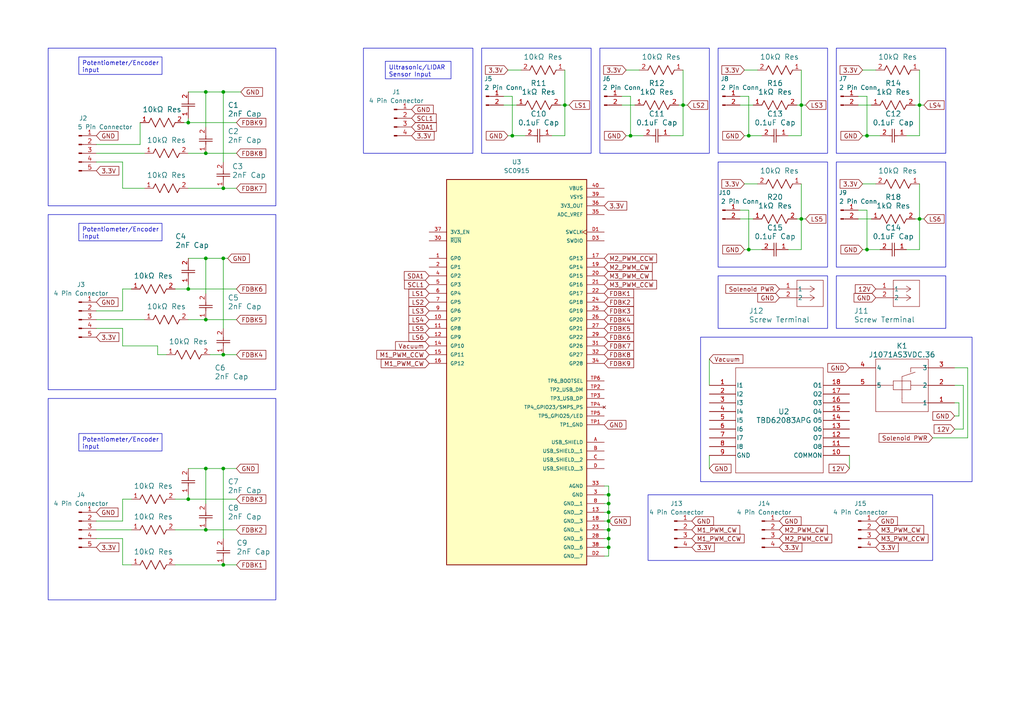
<source format=kicad_sch>
(kicad_sch (version 20230121) (generator eeschema)
  (paper "A4")
  (lib_symbols
    (symbol "CL10B104KB8NNWC:CL10B104KB8NNWC" (pin_names (offset 0.254))
      (property "Reference" "C" (at 3.81 3.81 0))
      (property "Value" "CL10B104KB8NNWC" (at 3.81 -3.81 0))
      (symbol "CL10B104KB8NNWC_1_1"
        (pin unspecified line (at 0 0 0) (length 2.54) (name "") (number "1"))
        (pin unspecified line (at 7.62 0 180) (length 2.54) (name "") (number "2"))
      )
      (symbol "CL10B104KB8NNWC_1_2"
        (pin unspecified line (at 0 0 270) (length 2.54) (name "") (number "1"))
        (pin unspecified line (at 0 -7.62 90) (length 2.54) (name "") (number "2"))
      )
    )
    (symbol "CL21B202KBANNNC:CL21B202KBANNNC" (pin_names (offset 0.254))
      (property "Reference" "C" (at 3.81 3.81 0))
      (property "Value" "CL21B202KBANNNC" (at 3.81 -3.81 0))
      (symbol "CL21B202KBANNNC_1_1"
        (pin unspecified line (at 0 0 0) (length 2.54) (name "") (number "1"))
        (pin unspecified line (at 7.62 0 180) (length 2.54) (name "") (number "2"))
      )
      (symbol "CL21B202KBANNNC_1_2"
        (pin unspecified line (at 0 0 270) (length 2.54) (name "") (number "1"))
        (pin unspecified line (at 0 -7.62 90) (length 2.54) (name "") (number "2"))
      )
    )
    (symbol "Connector:Conn_01x02_Pin" (pin_names (offset 1.016) hide)
      (property "Reference" "J" (at 0 2.54 0))
      (property "Value" "Conn_01x02_Pin" (at 0 -5.08 0))
      (symbol "Conn_01x02_Pin_1_1"
        (pin passive line (at 5.08 0 180) (length 3.81) (name "Pin_1") (number "1"))
        (pin passive line (at 5.08 -2.54 180) (length 3.81) (name "Pin_2") (number "2"))
      )
    )
    (symbol "Connector:Conn_01x04_Pin" (pin_names (offset 1.016) hide)
      (property "Reference" "J" (at 0 5.08 0))
      (property "Value" "Conn_01x04_Pin" (at 0 -7.62 0))
      (symbol "Conn_01x04_Pin_1_1"
        (pin passive line (at 5.08 2.54 180) (length 3.81) (name "Pin_1") (number "1"))
        (pin passive line (at 5.08 0 180) (length 3.81) (name "Pin_2") (number "2"))
        (pin passive line (at 5.08 -2.54 180) (length 3.81) (name "Pin_3") (number "3"))
        (pin passive line (at 5.08 -5.08 180) (length 3.81) (name "Pin_4") (number "4"))
      )
    )
    (symbol "Connector:Conn_01x05_Pin" (pin_names (offset 1.016) hide)
      (property "Reference" "J" (at 0 7.62 0))
      (property "Value" "Conn_01x05_Pin" (at 0 -7.62 0))
      (symbol "Conn_01x05_Pin_1_1"
        (pin passive line (at 5.08 5.08 180) (length 3.81) (name "Pin_1") (number "1"))
        (pin passive line (at 5.08 2.54 180) (length 3.81) (name "Pin_2") (number "2"))
        (pin passive line (at 5.08 0 180) (length 3.81) (name "Pin_3") (number "3"))
        (pin passive line (at 5.08 -2.54 180) (length 3.81) (name "Pin_4") (number "4"))
        (pin passive line (at 5.08 -5.08 180) (length 3.81) (name "Pin_5") (number "5"))
      )
    )
    (symbol "EBBA_02_C_SS_BU:EBBA-02-C-SS-BU" (pin_names (offset 0.254))
      (property "Reference" "J" (at 8.89 6.35 0))
      (property "Value" "EBBA-02-C-SS-BU" (at 0 0 0))
      (symbol "EBBA-02-C-SS-BU_1_1"
        (pin unspecified line (at 0 0 0) (length 5.08) (name "1") (number "1"))
        (pin unspecified line (at 0 -2.54 0) (length 5.08) (name "2") (number "2"))
      )
      (symbol "EBBA-02-C-SS-BU_1_2"
        (pin unspecified line (at 0 0 0) (length 5.08) (name "1") (number "1"))
        (pin unspecified line (at 0 -2.54 0) (length 5.08) (name "2") (number "2"))
      )
    )
    (symbol "J1071AS3VDC_36:J1071AS3VDC.36" (pin_names (offset 0.254))
      (property "Reference" "K" (at 15.24 7.62 0))
      (property "Value" "J1071AS3VDC.36" (at 20.32 5.08 0))
      (symbol "J1071AS3VDC.36_1_1"
        (pin unspecified line (at 0 0 0) (length 7.62) (name "1") (number "1"))
        (pin unspecified line (at 0 -5.08 0) (length 7.62) (name "2") (number "2"))
        (pin unspecified line (at 0 -10.16 0) (length 7.62) (name "3") (number "3"))
        (pin unspecified line (at 30.48 -10.16 180) (length 7.62) (name "4") (number "4"))
        (pin unspecified line (at 30.48 -5.08 180) (length 7.62) (name "5") (number "5"))
      )
    )
    (symbol "SC0915:SC0915" (pin_names (offset 1.016))
      (property "Reference" "U" (at -20.32 44.069 0))
      (property "Value" "SC0915" (at -20.32 -71.12 0))
      (symbol "SC0915_0_0"
        (pin bidirectional line (at -25.4 20.32 0) (length 5.08) (name "GP0") (number "1"))
        (pin bidirectional line (at -25.4 2.54 0) (length 5.08) (name "GP7") (number "10"))
        (pin bidirectional line (at -25.4 0 0) (length 5.08) (name "GP8") (number "11"))
        (pin bidirectional line (at -25.4 -2.54 0) (length 5.08) (name "GP9") (number "12"))
        (pin power_in line (at 25.4 -53.34 180) (length 5.08) (name "GND__2") (number "13"))
        (pin bidirectional line (at -25.4 -5.08 0) (length 5.08) (name "GP10") (number "14"))
        (pin bidirectional line (at -25.4 -7.62 0) (length 5.08) (name "GP11") (number "15"))
        (pin bidirectional line (at -25.4 -10.16 0) (length 5.08) (name "GP12") (number "16"))
        (pin bidirectional line (at 25.4 20.32 180) (length 5.08) (name "GP13") (number "17"))
        (pin power_in line (at 25.4 -55.88 180) (length 5.08) (name "GND__3") (number "18"))
        (pin bidirectional line (at 25.4 17.78 180) (length 5.08) (name "GP14") (number "19"))
        (pin bidirectional line (at -25.4 17.78 0) (length 5.08) (name "GP1") (number "2"))
        (pin bidirectional line (at 25.4 15.24 180) (length 5.08) (name "GP15") (number "20"))
        (pin bidirectional line (at 25.4 12.7 180) (length 5.08) (name "GP16") (number "21"))
        (pin bidirectional line (at 25.4 10.16 180) (length 5.08) (name "GP17") (number "22"))
        (pin power_in line (at 25.4 -58.42 180) (length 5.08) (name "GND__4") (number "23"))
        (pin bidirectional line (at 25.4 7.62 180) (length 5.08) (name "GP18") (number "24"))
        (pin bidirectional line (at 25.4 5.08 180) (length 5.08) (name "GP19") (number "25"))
        (pin bidirectional line (at 25.4 2.54 180) (length 5.08) (name "GP20") (number "26"))
        (pin bidirectional line (at 25.4 0 180) (length 5.08) (name "GP21") (number "27"))
        (pin power_in line (at 25.4 -60.96 180) (length 5.08) (name "GND__5") (number "28"))
        (pin bidirectional line (at 25.4 -2.54 180) (length 5.08) (name "GP22") (number "29"))
        (pin power_in line (at 25.4 -48.26 180) (length 5.08) (name "GND") (number "3"))
        (pin input line (at -25.4 25.4 0) (length 5.08) (name "~{RUN}") (number "30"))
        (pin bidirectional line (at 25.4 -5.08 180) (length 5.08) (name "GP26") (number "31"))
        (pin bidirectional line (at 25.4 -7.62 180) (length 5.08) (name "GP27") (number "32"))
        (pin power_in line (at 25.4 -45.72 180) (length 5.08) (name "AGND") (number "33"))
        (pin bidirectional line (at 25.4 -10.16 180) (length 5.08) (name "GP28") (number "34"))
        (pin power_in line (at 25.4 33.02 180) (length 5.08) (name "ADC_VREF") (number "35"))
        (pin power_in line (at 25.4 35.56 180) (length 5.08) (name "3V3_OUT") (number "36"))
        (pin input line (at -25.4 27.94 0) (length 5.08) (name "3V3_EN") (number "37"))
        (pin power_in line (at 25.4 -63.5 180) (length 5.08) (name "GND__6") (number "38"))
        (pin power_in line (at 25.4 38.1 180) (length 5.08) (name "VSYS") (number "39"))
        (pin bidirectional line (at -25.4 15.24 0) (length 5.08) (name "GP2") (number "4"))
        (pin power_in line (at 25.4 40.64 180) (length 5.08) (name "VBUS") (number "40"))
        (pin bidirectional line (at -25.4 12.7 0) (length 5.08) (name "GP3") (number "5"))
        (pin bidirectional line (at -25.4 10.16 0) (length 5.08) (name "GP4") (number "6"))
        (pin bidirectional line (at -25.4 7.62 0) (length 5.08) (name "GP5") (number "7"))
        (pin power_in line (at 25.4 -50.8 180) (length 5.08) (name "GND__1") (number "8"))
        (pin bidirectional line (at -25.4 5.08 0) (length 5.08) (name "GP6") (number "9"))
        (pin power_in line (at 25.4 -33.02 180) (length 5.08) (name "USB_SHIELD") (number "A"))
        (pin power_in line (at 25.4 -35.56 180) (length 5.08) (name "USB_SHIELD__1") (number "B"))
        (pin power_in line (at 25.4 -38.1 180) (length 5.08) (name "USB_SHIELD__2") (number "C"))
        (pin power_in line (at 25.4 -40.64 180) (length 5.08) (name "USB_SHIELD__3") (number "D"))
        (pin input clock (at 25.4 27.94 180) (length 5.08) (name "SWCLK") (number "D1"))
        (pin power_in line (at 25.4 -66.04 180) (length 5.08) (name "GND__7") (number "D2"))
        (pin bidirectional line (at 25.4 25.4 180) (length 5.08) (name "SWDIO") (number "D3"))
        (pin power_in line (at 25.4 -27.94 180) (length 5.08) (name "TP1_GND") (number "TP1"))
        (pin bidirectional line (at 25.4 -17.78 180) (length 5.08) (name "TP2_USB_DM") (number "TP2"))
        (pin bidirectional line (at 25.4 -20.32 180) (length 5.08) (name "TP3_USB_DP") (number "TP3"))
        (pin no_connect line (at 25.4 -22.86 180) (length 5.08) (name "TP4_GPIO23/SMPS_PS") (number "TP4"))
        (pin output line (at 25.4 -25.4 180) (length 5.08) (name "TP5_GPIO25/LED") (number "TP5"))
        (pin input line (at 25.4 -15.24 180) (length 5.08) (name "TP6_BOOTSEL") (number "TP6"))
      )
    )
    (symbol "TBD62083APG:TBD62083APG" (pin_names (offset 0.254))
      (property "Reference" "U" (at 20.32 10.16 0))
      (property "Value" "TBD62083APG" (at 20.32 7.62 0))
      (symbol "TBD62083APG_0_1"
        (pin input line (at 0 0 0) (length 7.62) (name "I1") (number "1"))
        (pin unspecified line (at 40.64 -20.32 180) (length 7.62) (name "COMMON") (number "10"))
        (pin output line (at 40.64 -17.78 180) (length 7.62) (name "O8") (number "11"))
        (pin output line (at 40.64 -15.24 180) (length 7.62) (name "O7") (number "12"))
        (pin output line (at 40.64 -12.7 180) (length 7.62) (name "O6") (number "13"))
        (pin output line (at 40.64 -10.16 180) (length 7.62) (name "O5") (number "14"))
        (pin output line (at 40.64 -7.62 180) (length 7.62) (name "O4") (number "15"))
        (pin output line (at 40.64 -5.08 180) (length 7.62) (name "O3") (number "16"))
        (pin output line (at 40.64 -2.54 180) (length 7.62) (name "O2") (number "17"))
        (pin output line (at 40.64 0 180) (length 7.62) (name "O1") (number "18"))
        (pin input line (at 0 -2.54 0) (length 7.62) (name "I2") (number "2"))
        (pin input line (at 0 -5.08 0) (length 7.62) (name "I3") (number "3"))
        (pin input line (at 0 -7.62 0) (length 7.62) (name "I4") (number "4"))
        (pin input line (at 0 -10.16 0) (length 7.62) (name "I5") (number "5"))
        (pin input line (at 0 -12.7 0) (length 7.62) (name "I6") (number "6"))
        (pin input line (at 0 -15.24 0) (length 7.62) (name "I7") (number "7"))
        (pin input line (at 0 -17.78 0) (length 7.62) (name "I8") (number "8"))
        (pin power_out line (at 0 -20.32 0) (length 7.62) (name "GND") (number "9"))
      )
    )
    (symbol "WR06X1002FTL:WR06X1002FTL" (pin_names (offset 0.254))
      (property "Reference" "R" (at 5.715 3.81 0))
      (property "Value" "WR06X1002FTL" (at 6.35 -3.81 0))
      (symbol "WR06X1002FTL_1_1"
        (pin unspecified line (at 0 0 0) (length 2.54) (name "") (number "1"))
        (pin unspecified line (at 12.7 0 180) (length 2.54) (name "") (number "2"))
      )
      (symbol "WR06X1002FTL_1_2"
        (pin unspecified line (at 0 12.7 270) (length 2.54) (name "") (number "1"))
        (pin unspecified line (at 0 0 90) (length 2.54) (name "") (number "2"))
      )
    )
    (symbol "WR08X102_JTL:WR08X102_JTL" (pin_names (offset 0.254))
      (property "Reference" "R" (at 5.715 3.81 0))
      (property "Value" "WR08X102 JTL" (at 6.35 -3.81 0))
      (symbol "WR08X102_JTL_1_1"
        (pin unspecified line (at 0 0 0) (length 2.54) (name "") (number "1"))
        (pin unspecified line (at 12.7 0 180) (length 2.54) (name "") (number "2"))
      )
      (symbol "WR08X102_JTL_1_2"
        (pin unspecified line (at 0 12.7 270) (length 2.54) (name "") (number "1"))
        (pin unspecified line (at 0 0 90) (length 2.54) (name "") (number "2"))
      )
    )
  )
  (junction (at 232.41 30.48))
  (junction (at 64.77 163.83))
  (junction (at 59.69 153.67))
  (junction (at 176.53 158.75))
  (junction (at 217.17 39.37))
  (junction (at 59.69 74.93))
  (junction (at 176.53 143.51))
  (junction (at 198.12 30.48))
  (junction (at 59.69 44.45))
  (junction (at 64.77 54.61))
  (junction (at 163.83 30.48))
  (junction (at 59.69 26.67))
  (junction (at 182.88 39.37))
  (junction (at 64.77 135.89))
  (junction (at 59.69 135.89))
  (junction (at 59.69 92.71))
  (junction (at 64.77 26.67))
  (junction (at 64.77 102.87))
  (junction (at 217.17 72.39))
  (junction (at 232.41 63.5))
  (junction (at 251.46 72.39))
  (junction (at 176.53 146.05))
  (junction (at 266.7 63.5))
  (junction (at 176.53 151.13))
  (junction (at 54.61 144.78))
  (junction (at 251.46 39.37))
  (junction (at 176.53 153.67))
  (junction (at 176.53 156.21))
  (junction (at 148.59 39.37))
  (junction (at 266.7 30.48))
  (junction (at 176.53 148.59))
  (junction (at 54.61 83.82))
  (junction (at 64.77 74.93))
  (junction (at 54.61 35.56))
  (wire (pts (xy 215.9 53.34) (xy 219.71 53.34)))
  (wire (pts (xy 147.32 20.32) (xy 151.13 20.32)))
  (wire (pts (xy 279.4 124.46) (xy 276.86 124.46)))
  (wire (pts (xy 175.26 158.75) (xy 176.53 158.75)))
  (wire (pts (xy 54.61 144.78) (xy 50.8 144.78)))
  (wire (pts (xy 181.61 39.37) (xy 182.88 39.37)))
  (wire (pts (xy 64.77 135.89) (xy 64.77 156.21)))
  (wire (pts (xy 152.4 39.37) (xy 148.59 39.37)))
  (wire (pts (xy 54.61 74.93) (xy 59.69 74.93)))
  (wire (pts (xy 180.34 30.48) (xy 184.15 30.48)))
  (wire (pts (xy 54.61 92.71) (xy 59.69 92.71)))
  (wire (pts (xy 232.41 72.39) (xy 228.6 72.39)))
  (wire (pts (xy 266.7 30.48) (xy 267.97 30.48)))
  (wire (pts (xy 182.88 27.94) (xy 180.34 27.94)))
  (wire (pts (xy 215.9 72.39) (xy 217.17 72.39)))
  (wire (pts (xy 59.69 74.93) (xy 64.77 74.93)))
  (wire (pts (xy 175.26 153.67) (xy 176.53 153.67)))
  (wire (pts (xy 246.38 135.89) (xy 246.38 132.08)))
  (wire (pts (xy 59.69 74.93) (xy 59.69 85.09)))
  (wire (pts (xy 59.69 26.67) (xy 64.77 26.67)))
  (wire (pts (xy 255.27 39.37) (xy 251.46 39.37)))
  (wire (pts (xy 220.98 39.37) (xy 217.17 39.37)))
  (wire (pts (xy 266.7 20.32) (xy 266.7 30.48)))
  (wire (pts (xy 231.14 63.5) (xy 232.41 63.5)))
  (wire (pts (xy 27.94 95.25) (xy 35.56 95.25)))
  (wire (pts (xy 198.12 20.32) (xy 198.12 30.48)))
  (wire (pts (xy 176.53 158.75) (xy 176.53 156.21)))
  (wire (pts (xy 175.26 161.29) (xy 176.53 161.29)))
  (wire (pts (xy 278.13 116.84) (xy 276.86 116.84)))
  (wire (pts (xy 266.7 39.37) (xy 262.89 39.37)))
  (wire (pts (xy 176.53 140.97) (xy 176.53 143.51)))
  (wire (pts (xy 176.53 161.29) (xy 176.53 158.75)))
  (wire (pts (xy 214.63 30.48) (xy 218.44 30.48)))
  (wire (pts (xy 54.61 144.78) (xy 68.58 144.78)))
  (wire (pts (xy 205.74 135.89) (xy 205.74 132.08)))
  (wire (pts (xy 27.94 151.13) (xy 35.56 151.13)))
  (wire (pts (xy 182.88 27.94) (xy 182.88 39.37)))
  (wire (pts (xy 265.43 30.48) (xy 266.7 30.48)))
  (wire (pts (xy 250.19 39.37) (xy 251.46 39.37)))
  (wire (pts (xy 266.7 53.34) (xy 266.7 63.5)))
  (wire (pts (xy 205.74 104.14) (xy 205.74 111.76)))
  (wire (pts (xy 251.46 27.94) (xy 248.92 27.94)))
  (wire (pts (xy 35.56 54.61) (xy 41.91 54.61)))
  (wire (pts (xy 250.19 20.32) (xy 254 20.32)))
  (wire (pts (xy 215.9 20.32) (xy 219.71 20.32)))
  (wire (pts (xy 181.61 20.32) (xy 185.42 20.32)))
  (wire (pts (xy 217.17 27.94) (xy 214.63 27.94)))
  (wire (pts (xy 64.77 74.93) (xy 66.04 74.93)))
  (wire (pts (xy 64.77 135.89) (xy 68.58 135.89)))
  (wire (pts (xy 59.69 135.89) (xy 64.77 135.89)))
  (wire (pts (xy 68.58 44.45) (xy 59.69 44.45)))
  (wire (pts (xy 176.53 151.13) (xy 176.53 148.59)))
  (wire (pts (xy 54.61 35.56) (xy 68.58 35.56)))
  (wire (pts (xy 68.58 153.67) (xy 59.69 153.67)))
  (wire (pts (xy 232.41 39.37) (xy 228.6 39.37)))
  (wire (pts (xy 196.85 30.48) (xy 198.12 30.48)))
  (wire (pts (xy 251.46 60.96) (xy 251.46 72.39)))
  (wire (pts (xy 232.41 20.32) (xy 232.41 30.48)))
  (wire (pts (xy 64.77 102.87) (xy 60.96 102.87)))
  (wire (pts (xy 186.69 39.37) (xy 182.88 39.37)))
  (wire (pts (xy 176.53 153.67) (xy 176.53 151.13)))
  (wire (pts (xy 64.77 26.67) (xy 69.85 26.67)))
  (wire (pts (xy 266.7 63.5) (xy 266.7 72.39)))
  (wire (pts (xy 54.61 82.55) (xy 54.61 83.82)))
  (wire (pts (xy 278.13 120.65) (xy 276.86 120.65)))
  (wire (pts (xy 54.61 135.89) (xy 59.69 135.89)))
  (wire (pts (xy 198.12 30.48) (xy 198.12 39.37)))
  (wire (pts (xy 162.56 30.48) (xy 163.83 30.48)))
  (wire (pts (xy 54.61 35.56) (xy 53.34 35.56)))
  (wire (pts (xy 198.12 30.48) (xy 199.39 30.48)))
  (wire (pts (xy 68.58 54.61) (xy 64.77 54.61)))
  (wire (pts (xy 146.05 30.48) (xy 149.86 30.48)))
  (wire (pts (xy 54.61 143.51) (xy 54.61 144.78)))
  (wire (pts (xy 35.56 95.25) (xy 35.56 100.33)))
  (wire (pts (xy 35.56 151.13) (xy 35.56 144.78)))
  (wire (pts (xy 175.26 156.21) (xy 176.53 156.21)))
  (wire (pts (xy 176.53 146.05) (xy 176.53 143.51)))
  (wire (pts (xy 54.61 34.29) (xy 54.61 35.56)))
  (wire (pts (xy 265.43 63.5) (xy 266.7 63.5)))
  (wire (pts (xy 59.69 135.89) (xy 59.69 146.05)))
  (wire (pts (xy 270.51 127) (xy 280.67 127)))
  (wire (pts (xy 175.26 151.13) (xy 176.53 151.13)))
  (wire (pts (xy 220.98 72.39) (xy 217.17 72.39)))
  (wire (pts (xy 250.19 53.34) (xy 254 53.34)))
  (wire (pts (xy 54.61 44.45) (xy 59.69 44.45)))
  (wire (pts (xy 147.32 39.37) (xy 148.59 39.37)))
  (wire (pts (xy 45.72 100.33) (xy 45.72 102.87)))
  (wire (pts (xy 27.94 90.17) (xy 35.56 90.17)))
  (wire (pts (xy 68.58 92.71) (xy 59.69 92.71)))
  (wire (pts (xy 27.94 46.99) (xy 35.56 46.99)))
  (wire (pts (xy 232.41 30.48) (xy 233.68 30.48)))
  (wire (pts (xy 232.41 53.34) (xy 232.41 63.5)))
  (wire (pts (xy 64.77 54.61) (xy 54.61 54.61)))
  (wire (pts (xy 163.83 39.37) (xy 160.02 39.37)))
  (wire (pts (xy 64.77 26.67) (xy 64.77 46.99)))
  (wire (pts (xy 266.7 72.39) (xy 262.89 72.39)))
  (wire (pts (xy 217.17 27.94) (xy 217.17 39.37)))
  (wire (pts (xy 45.72 102.87) (xy 48.26 102.87)))
  (wire (pts (xy 27.94 153.67) (xy 38.1 153.67)))
  (wire (pts (xy 148.59 27.94) (xy 146.05 27.94)))
  (wire (pts (xy 231.14 30.48) (xy 232.41 30.48)))
  (wire (pts (xy 54.61 83.82) (xy 50.8 83.82)))
  (wire (pts (xy 232.41 63.5) (xy 232.41 72.39)))
  (wire (pts (xy 175.26 146.05) (xy 176.53 146.05)))
  (wire (pts (xy 35.56 90.17) (xy 35.56 83.82)))
  (wire (pts (xy 248.92 30.48) (xy 252.73 30.48)))
  (wire (pts (xy 35.56 100.33) (xy 45.72 100.33)))
  (wire (pts (xy 40.64 41.91) (xy 40.64 35.56)))
  (wire (pts (xy 251.46 27.94) (xy 251.46 39.37)))
  (wire (pts (xy 64.77 163.83) (xy 50.8 163.83)))
  (wire (pts (xy 232.41 63.5) (xy 233.68 63.5)))
  (wire (pts (xy 27.94 92.71) (xy 41.91 92.71)))
  (wire (pts (xy 35.56 144.78) (xy 38.1 144.78)))
  (wire (pts (xy 148.59 27.94) (xy 148.59 39.37)))
  (wire (pts (xy 278.13 120.65) (xy 278.13 116.84)))
  (wire (pts (xy 250.19 72.39) (xy 251.46 72.39)))
  (wire (pts (xy 175.26 148.59) (xy 176.53 148.59)))
  (wire (pts (xy 280.67 127) (xy 280.67 106.68)))
  (wire (pts (xy 163.83 30.48) (xy 163.83 39.37)))
  (wire (pts (xy 35.56 163.83) (xy 38.1 163.83)))
  (wire (pts (xy 279.4 124.46) (xy 279.4 111.76)))
  (wire (pts (xy 35.56 156.21) (xy 35.56 163.83)))
  (wire (pts (xy 214.63 63.5) (xy 218.44 63.5)))
  (wire (pts (xy 215.9 39.37) (xy 217.17 39.37)))
  (wire (pts (xy 217.17 60.96) (xy 214.63 60.96)))
  (wire (pts (xy 68.58 163.83) (xy 64.77 163.83)))
  (wire (pts (xy 279.4 111.76) (xy 276.86 111.76)))
  (wire (pts (xy 27.94 44.45) (xy 41.91 44.45)))
  (wire (pts (xy 280.67 106.68) (xy 276.86 106.68)))
  (wire (pts (xy 54.61 83.82) (xy 68.58 83.82)))
  (wire (pts (xy 59.69 26.67) (xy 59.69 36.83)))
  (wire (pts (xy 27.94 41.91) (xy 40.64 41.91)))
  (wire (pts (xy 35.56 46.99) (xy 35.56 54.61)))
  (wire (pts (xy 64.77 74.93) (xy 64.77 95.25)))
  (wire (pts (xy 27.94 156.21) (xy 35.56 156.21)))
  (wire (pts (xy 163.83 30.48) (xy 165.1 30.48)))
  (wire (pts (xy 54.61 26.67) (xy 59.69 26.67)))
  (wire (pts (xy 176.53 156.21) (xy 176.53 153.67)))
  (wire (pts (xy 163.83 20.32) (xy 163.83 30.48)))
  (wire (pts (xy 50.8 153.67) (xy 59.69 153.67)))
  (wire (pts (xy 217.17 60.96) (xy 217.17 72.39)))
  (wire (pts (xy 232.41 30.48) (xy 232.41 39.37)))
  (wire (pts (xy 266.7 30.48) (xy 266.7 39.37)))
  (wire (pts (xy 176.53 148.59) (xy 176.53 146.05)))
  (wire (pts (xy 248.92 63.5) (xy 252.73 63.5)))
  (wire (pts (xy 266.7 63.5) (xy 267.97 63.5)))
  (wire (pts (xy 176.53 143.51) (xy 175.26 143.51)))
  (wire (pts (xy 255.27 72.39) (xy 251.46 72.39)))
  (wire (pts (xy 251.46 60.96) (xy 248.92 60.96)))
  (wire (pts (xy 198.12 39.37) (xy 194.31 39.37)))
  (wire (pts (xy 35.56 83.82) (xy 38.1 83.82)))
  (wire (pts (xy 175.26 140.97) (xy 176.53 140.97)))
  (wire (pts (xy 68.58 102.87) (xy 64.77 102.87)))
  (rectangle (start 208.28 80.01) (end 240.03 95.25))
  (rectangle (start 139.7 13.97) (end 171.45 44.45))
  (rectangle (start 203.2 97.79) (end 281.94 139.7))
  (rectangle (start 187.96 143.51) (end 270.51 162.56))
  (rectangle (start 208.28 13.97) (end 240.03 44.45))
  (rectangle (start 13.97 62.23) (end 80.01 113.03))
  (rectangle (start 13.97 115.57) (end 80.01 173.99))
  (rectangle (start 173.99 13.97) (end 205.74 44.45))
  (rectangle (start 105.41 13.97) (end 137.16 44.45))
  (rectangle (start 208.28 46.99) (end 240.03 77.47))
  (rectangle (start 242.57 46.99) (end 274.32 77.47))
  (rectangle (start 13.97 13.97) (end 80.01 59.69))
  (rectangle (start 242.57 13.97) (end 274.32 44.45))
  (rectangle (start 242.57 80.01) (end 274.32 95.25))
  (text_box "Potentiometer/Encoder input" (at 22.86 125.73 0) (size 24.13 5.08) (effects (font (size 1.27 1.27)) (justify left top)))
  (text_box "Ultrasonic/LIDAR Sensor Input" (at 111.76 17.78 0) (size 19.05 5.08) (effects (font (size 1.27 1.27)) (justify left top)))
  (text_box "Potentiometer/Encoder input" (at 22.86 64.77 0) (size 24.13 5.08) (effects (font (size 1.27 1.27)) (justify left top)))
  (text_box "Potentiometer/Encoder input" (at 22.86 16.51 0) (size 24.13 5.08) (effects (font (size 1.27 1.27)) (justify left top)))
  (global_label "LS5" (shape input) (at 124.46 95.25 180) (property "Intersheetrefs" "${INTERSHEET_REFS}" (effects hide)))
  (global_label "GND" (shape input) (at 147.32 39.37 180) (property "Intersheetrefs" "${INTERSHEET_REFS}" (effects hide)))
  (global_label "M2_PWM_CCW" (shape input) (at 175.26 74.93 0) (property "Intersheetrefs" "${INTERSHEET_REFS}" (effects hide)))
  (global_label "SCL1" (shape input) (at 124.46 82.55 180) (property "Intersheetrefs" "${INTERSHEET_REFS}" (effects hide)))
  (global_label "3.3V" (shape input) (at 254 158.75 0) (property "Intersheetrefs" "${INTERSHEET_REFS}" (effects hide)))
  (global_label "FDBK7" (shape input) (at 68.58 54.61 0) (property "Intersheetrefs" "${INTERSHEET_REFS}" (effects hide)))
  (global_label "Solenoid PWR" (shape input) (at 226.06 83.82 180) (property "Intersheetrefs" "${INTERSHEET_REFS}" (effects hide)))
  (global_label "GND" (shape input) (at 276.86 120.65 180) (property "Intersheetrefs" "${INTERSHEET_REFS}" (effects hide)))
  (global_label "LS1" (shape input) (at 124.46 85.09 180) (property "Intersheetrefs" "${INTERSHEET_REFS}" (effects hide)))
  (global_label "GND" (shape input) (at 119.38 31.75 0) (property "Intersheetrefs" "${INTERSHEET_REFS}" (effects hide)))
  (global_label "M3_PWM_CCW" (shape input) (at 175.26 82.55 0) (property "Intersheetrefs" "${INTERSHEET_REFS}" (effects hide)))
  (global_label "FDBK7" (shape input) (at 175.26 100.33 0) (property "Intersheetrefs" "${INTERSHEET_REFS}" (effects hide)))
  (global_label "FDBK6" (shape input) (at 175.26 97.79 0) (property "Intersheetrefs" "${INTERSHEET_REFS}" (effects hide)))
  (global_label "GND" (shape input) (at 69.85 26.67 0) (property "Intersheetrefs" "${INTERSHEET_REFS}" (effects hide)))
  (global_label "M1_PWM_CW" (shape input) (at 124.46 105.41 180) (property "Intersheetrefs" "${INTERSHEET_REFS}" (effects hide)))
  (global_label "12V" (shape input) (at 246.38 135.89 180) (property "Intersheetrefs" "${INTERSHEET_REFS}" (effects hide)))
  (global_label "FDBK6" (shape input) (at 68.58 83.82 0) (property "Intersheetrefs" "${INTERSHEET_REFS}" (effects hide)))
  (global_label "Vacuum" (shape input) (at 124.46 100.33 180) (property "Intersheetrefs" "${INTERSHEET_REFS}" (effects hide)))
  (global_label "GND" (shape input) (at 181.61 39.37 180) (property "Intersheetrefs" "${INTERSHEET_REFS}" (effects hide)))
  (global_label "LS4" (shape input) (at 124.46 92.71 180) (property "Intersheetrefs" "${INTERSHEET_REFS}" (effects hide)))
  (global_label "FDBK9" (shape input) (at 68.58 35.56 0) (property "Intersheetrefs" "${INTERSHEET_REFS}" (effects hide)))
  (global_label "GND" (shape input) (at 27.94 148.59 0) (property "Intersheetrefs" "${INTERSHEET_REFS}" (effects hide)))
  (global_label "GND" (shape input) (at 254 151.13 0) (property "Intersheetrefs" "${INTERSHEET_REFS}" (effects hide)))
  (global_label "FDBK1" (shape input) (at 68.58 163.83 0) (property "Intersheetrefs" "${INTERSHEET_REFS}" (effects hide)))
  (global_label "LS3" (shape input) (at 233.68 30.48 0) (property "Intersheetrefs" "${INTERSHEET_REFS}" (effects hide)))
  (global_label "3.3V" (shape input) (at 175.26 59.69 0) (property "Intersheetrefs" "${INTERSHEET_REFS}" (effects hide)))
  (global_label "3.3V" (shape input) (at 147.32 20.32 180) (property "Intersheetrefs" "${INTERSHEET_REFS}" (effects hide)))
  (global_label "3.3V" (shape input) (at 181.61 20.32 180) (property "Intersheetrefs" "${INTERSHEET_REFS}" (effects hide)))
  (global_label "GND" (shape input) (at 226.06 151.13 0) (property "Intersheetrefs" "${INTERSHEET_REFS}" (effects hide)))
  (global_label "GND" (shape input) (at 215.9 39.37 180) (property "Intersheetrefs" "${INTERSHEET_REFS}" (effects hide)))
  (global_label "M3_PWM_CCW" (shape input) (at 254 156.21 0) (property "Intersheetrefs" "${INTERSHEET_REFS}" (effects hide)))
  (global_label "3.3V" (shape input) (at 215.9 20.32 180) (property "Intersheetrefs" "${INTERSHEET_REFS}" (effects hide)))
  (global_label "3.3V" (shape input) (at 27.94 158.75 0) (property "Intersheetrefs" "${INTERSHEET_REFS}" (effects hide)))
  (global_label "3.3V" (shape input) (at 250.19 53.34 180) (property "Intersheetrefs" "${INTERSHEET_REFS}" (effects hide)))
  (global_label "GND" (shape input) (at 226.06 86.36 180) (property "Intersheetrefs" "${INTERSHEET_REFS}" (effects hide)))
  (global_label "M2_PWM_CW" (shape input) (at 175.26 77.47 0) (property "Intersheetrefs" "${INTERSHEET_REFS}" (effects hide)))
  (global_label "GND" (shape input) (at 175.26 123.19 0) (property "Intersheetrefs" "${INTERSHEET_REFS}" (effects hide)))
  (global_label "LS2" (shape input) (at 124.46 87.63 180) (property "Intersheetrefs" "${INTERSHEET_REFS}" (effects hide)))
  (global_label "GND" (shape input) (at 66.04 74.93 0) (property "Intersheetrefs" "${INTERSHEET_REFS}" (effects hide)))
  (global_label "Vacuum" (shape input) (at 205.74 104.14 0) (property "Intersheetrefs" "${INTERSHEET_REFS}" (effects hide)))
  (global_label "3.3V" (shape input) (at 250.19 20.32 180) (property "Intersheetrefs" "${INTERSHEET_REFS}" (effects hide)))
  (global_label "GND" (shape input) (at 68.58 135.89 0) (property "Intersheetrefs" "${INTERSHEET_REFS}" (effects hide)))
  (global_label "FDBK4" (shape input) (at 68.58 102.87 0) (property "Intersheetrefs" "${INTERSHEET_REFS}" (effects hide)))
  (global_label "SDA1" (shape input) (at 119.38 36.83 0) (property "Intersheetrefs" "${INTERSHEET_REFS}" (effects hide)))
  (global_label "GND" (shape input) (at 27.94 39.37 0) (property "Intersheetrefs" "${INTERSHEET_REFS}" (effects hide)))
  (global_label "LS6" (shape input) (at 124.46 97.79 180) (property "Intersheetrefs" "${INTERSHEET_REFS}" (effects hide)))
  (global_label "SCL1" (shape input) (at 119.38 34.29 0) (property "Intersheetrefs" "${INTERSHEET_REFS}" (effects hide)))
  (global_label "FDBK8" (shape input) (at 68.58 44.45 0) (property "Intersheetrefs" "${INTERSHEET_REFS}" (effects hide)))
  (global_label "3.3V" (shape input) (at 215.9 53.34 180) (property "Intersheetrefs" "${INTERSHEET_REFS}" (effects hide)))
  (global_label "M2_PWM_CW" (shape input) (at 226.06 153.67 0) (property "Intersheetrefs" "${INTERSHEET_REFS}" (effects hide)))
  (global_label "12V" (shape input) (at 254 83.82 180) (property "Intersheetrefs" "${INTERSHEET_REFS}" (effects hide)))
  (global_label "FDBK1" (shape input) (at 175.26 85.09 0) (property "Intersheetrefs" "${INTERSHEET_REFS}" (effects hide)))
  (global_label "GND" (shape input) (at 215.9 72.39 180) (property "Intersheetrefs" "${INTERSHEET_REFS}" (effects hide)))
  (global_label "GND" (shape input) (at 254 86.36 180) (property "Intersheetrefs" "${INTERSHEET_REFS}" (effects hide)))
  (global_label "FDBK8" (shape input) (at 175.26 102.87 0) (property "Intersheetrefs" "${INTERSHEET_REFS}" (effects hide)))
  (global_label "FDBK9" (shape input) (at 175.26 105.41 0) (property "Intersheetrefs" "${INTERSHEET_REFS}" (effects hide)))
  (global_label "3.3V" (shape input) (at 27.94 97.79 0) (property "Intersheetrefs" "${INTERSHEET_REFS}" (effects hide)))
  (global_label "FDBK4" (shape input) (at 175.26 92.71 0) (property "Intersheetrefs" "${INTERSHEET_REFS}" (effects hide)))
  (global_label "LS3" (shape input) (at 124.46 90.17 180) (property "Intersheetrefs" "${INTERSHEET_REFS}" (effects hide)))
  (global_label "GND" (shape input) (at 250.19 39.37 180) (property "Intersheetrefs" "${INTERSHEET_REFS}" (effects hide)))
  (global_label "LS2" (shape input) (at 199.39 30.48 0) (property "Intersheetrefs" "${INTERSHEET_REFS}" (effects hide)))
  (global_label "GND" (shape input) (at 27.94 87.63 0) (property "Intersheetrefs" "${INTERSHEET_REFS}" (effects hide)))
  (global_label "GND" (shape input) (at 250.19 72.39 180) (property "Intersheetrefs" "${INTERSHEET_REFS}" (effects hide)))
  (global_label "FDBK5" (shape input) (at 175.26 95.25 0) (property "Intersheetrefs" "${INTERSHEET_REFS}" (effects hide)))
  (global_label "SDA1" (shape input) (at 124.46 80.01 180) (property "Intersheetrefs" "${INTERSHEET_REFS}" (effects hide)))
  (global_label "M1_PWM_CCW" (shape input) (at 200.66 156.21 0) (property "Intersheetrefs" "${INTERSHEET_REFS}" (effects hide)))
  (global_label "M3_PWM_CW" (shape input) (at 175.26 80.01 0) (property "Intersheetrefs" "${INTERSHEET_REFS}" (effects hide)))
  (global_label "M1_PWM_CCW" (shape input) (at 124.46 102.87 180) (property "Intersheetrefs" "${INTERSHEET_REFS}" (effects hide)))
  (global_label "FDBK2" (shape input) (at 175.26 87.63 0) (property "Intersheetrefs" "${INTERSHEET_REFS}" (effects hide)))
  (global_label "FDBK3" (shape input) (at 175.26 90.17 0) (property "Intersheetrefs" "${INTERSHEET_REFS}" (effects hide)))
  (global_label "LS5" (shape input) (at 233.68 63.5 0) (property "Intersheetrefs" "${INTERSHEET_REFS}" (effects hide)))
  (global_label "GND" (shape input) (at 246.38 106.68 180) (property "Intersheetrefs" "${INTERSHEET_REFS}" (effects hide)))
  (global_label "LS4" (shape input) (at 267.97 30.48 0) (property "Intersheetrefs" "${INTERSHEET_REFS}" (effects hide)))
  (global_label "M2_PWM_CCW" (shape input) (at 226.06 156.21 0) (property "Intersheetrefs" "${INTERSHEET_REFS}" (effects hide)))
  (global_label "LS6" (shape input) (at 267.97 63.5 0) (property "Intersheetrefs" "${INTERSHEET_REFS}" (effects hide)))
  (global_label "GND" (shape input) (at 176.53 151.13 0) (property "Intersheetrefs" "${INTERSHEET_REFS}" (effects hide)))
  (global_label "3.3V" (shape input) (at 200.66 158.75 0) (property "Intersheetrefs" "${INTERSHEET_REFS}" (effects hide)))
  (global_label "12V" (shape input) (at 276.86 124.46 180) (property "Intersheetrefs" "${INTERSHEET_REFS}" (effects hide)))
  (global_label "FDBK5" (shape input) (at 68.58 92.71 0) (property "Intersheetrefs" "${INTERSHEET_REFS}" (effects hide)))
  (global_label "3.3V" (shape input) (at 27.94 49.53 0) (property "Intersheetrefs" "${INTERSHEET_REFS}" (effects hide)))
  (global_label "M1_PWM_CW" (shape input) (at 200.66 153.67 0) (property "Intersheetrefs" "${INTERSHEET_REFS}" (effects hide)))
  (global_label "3.3V" (shape input) (at 226.06 158.75 0) (property "Intersheetrefs" "${INTERSHEET_REFS}" (effects hide)))
  (global_label "M3_PWM_CW" (shape input) (at 254 153.67 0) (property "Intersheetrefs" "${INTERSHEET_REFS}" (effects hide)))
  (global_label "GND" (shape input) (at 205.74 135.89 0) (property "Intersheetrefs" "${INTERSHEET_REFS}" (effects hide)))
  (global_label "LS1" (shape input) (at 165.1 30.48 0) (property "Intersheetrefs" "${INTERSHEET_REFS}" (effects hide)))
  (global_label "Solenoid PWR" (shape input) (at 270.51 127 180) (property "Intersheetrefs" "${INTERSHEET_REFS}" (effects hide)))
  (global_label "3.3V" (shape input) (at 119.38 39.37 0) (property "Intersheetrefs" "${INTERSHEET_REFS}" (effects hide)))
  (global_label "FDBK2" (shape input) (at 68.58 153.67 0) (property "Intersheetrefs" "${INTERSHEET_REFS}" (effects hide)))
  (global_label "GND" (shape input) (at 200.66 151.13 0) (property "Intersheetrefs" "${INTERSHEET_REFS}" (effects hide)))
  (global_label "FDBK3" (shape input) (at 68.58 144.78 0) (property "Intersheetrefs" "${INTERSHEET_REFS}" (effects hide)))
  (symbol (lib_id "CL10B104KB8NNWC:CL10B104KB8NNWC") (at 262.89 72.39 180) (unit 1)
    (property "Reference" "C14" (at 259.08 66.04 0) (effects (font (size 1.524 1.524))))
    (property "Value" "0.1uF Cap" (at 259.08 68.58 0) (effects (font (size 1.524 1.524))))
    (property "Footprint" "CAP_CL10_SAM" (effects hide))
    (property "Datasheet" "CL10B104KB8NNWC" (effects hide))
  )
  (symbol (lib_id "SC0915:SC0915") (at 149.86 95.25 0) (unit 1)
    (property "Reference" "U3" (at 149.86 46.99 0))
    (property "Value" "SC0915" (at 149.86 49.53 0))
    (property "Footprint" "SC0915:MODULE_SC0915" (effects hide))
    (property "PARTREV" "1.9" (effects hide))
    (property "SNAPEDA_PN" "SC0915" (effects hide))
    (property "STANDARD" "Manufacturer Recommendations" (effects hide))
    (property "MANUFACTURER" "Pi Supply" (effects hide))
  )
  (symbol (lib_id "CL21B202KBANNNC:CL21B202KBANNNC") (at 64.77 102.87 90) (unit 1)
    (property "Reference" "C6" (at 62.23 106.68 90) (effects (font (size 1.524 1.524)) (justify right)))
    (property "Value" "2nF Cap" (at 62.23 109.22 90) (effects (font (size 1.524 1.524)) (justify right)))
    (property "Footprint" "CAP_CL21_SAM" (effects hide))
    (property "Datasheet" "CL21B202KBANNNC" (effects hide))
  )
  (symbol (lib_id "TBD62083APG:TBD62083APG") (at 205.74 111.76 0) (unit 1)
    (property "Reference" "U2" (at 227.33 119.38 0) (effects (font (size 1.524 1.524))))
    (property "Value" "TBD62083APG" (at 227.33 121.92 0) (effects (font (size 1.524 1.524))))
    (property "Footprint" "P-DIP18-300-2p54-001_TOS" (effects hide))
    (property "Datasheet" "TBD62083APG" (effects hide))
  )
  (symbol (lib_id "CL10B104KB8NNWC:CL10B104KB8NNWC") (at 262.89 39.37 180) (unit 1)
    (property "Reference" "C12" (at 259.08 33.02 0) (effects (font (size 1.524 1.524))))
    (property "Value" "0.1uF Cap" (at 259.08 35.56 0) (effects (font (size 1.524 1.524))))
    (property "Footprint" "CAP_CL10_SAM" (effects hide))
    (property "Datasheet" "CL10B104KB8NNWC" (effects hide))
  )
  (symbol (lib_id "EBBA_02_C_SS_BU:EBBA-02-C-SS-BU") (at 254 83.82 0) (unit 1)
    (property "Reference" "J11" (at 247.65 90.17 0) (effects (font (size 1.524 1.524)) (justify left)))
    (property "Value" "Screw Terminal" (at 247.65 92.71 0) (effects (font (size 1.524 1.524)) (justify left)))
    (property "Footprint" "CONN02_EBBA_10X7P6_ADM" (effects hide))
    (property "Datasheet" "EBBA-02-C-SS-BU" (effects hide))
  )
  (symbol (lib_id "CL10B104KB8NNWC:CL10B104KB8NNWC") (at 194.31 39.37 180) (unit 1)
    (property "Reference" "C11" (at 190.5 33.02 0) (effects (font (size 1.524 1.524))))
    (property "Value" "0.1uF Cap" (at 190.5 35.56 0) (effects (font (size 1.524 1.524))))
    (property "Footprint" "CAP_CL10_SAM" (effects hide))
    (property "Datasheet" "CL10B104KB8NNWC" (effects hide))
  )
  (symbol (lib_id "WR08X102_JTL:WR08X102_JTL") (at 218.44 30.48 0) (unit 1)
    (property "Reference" "R16" (at 224.79 24.13 0) (effects (font (size 1.524 1.524))))
    (property "Value" "1kΩ Res" (at 224.79 26.67 0) (effects (font (size 1.524 1.524))))
    (property "Footprint" "RES_WR08_WRE" (effects hide))
    (property "Datasheet" "WR08X102 JTL" (effects hide))
  )
  (symbol (lib_id "WR06X1002FTL:WR06X1002FTL") (at 198.12 20.32 180) (unit 1)
    (property "Reference" "R13" (effects hide))
    (property "Value" "10kΩ Res" (at 191.77 16.51 0) (effects (font (size 1.524 1.524))))
    (property "Footprint" "RES_WR06_WRE" (effects hide))
    (property "Datasheet" "WR06X1002FTL" (effects hide))
  )
  (symbol (lib_id "WR08X102_JTL:WR08X102_JTL") (at 218.44 63.5 0) (unit 1)
    (property "Reference" "R20" (at 224.79 57.15 0) (effects (font (size 1.524 1.524))))
    (property "Value" "1kΩ Res" (at 224.79 59.69 0) (effects (font (size 1.524 1.524))))
    (property "Footprint" "RES_WR08_WRE" (effects hide))
    (property "Datasheet" "WR08X102 JTL" (effects hide))
  )
  (symbol (lib_id "EBBA_02_C_SS_BU:EBBA-02-C-SS-BU") (at 226.06 83.82 0) (unit 1)
    (property "Reference" "J12" (at 217.17 90.17 0) (effects (font (size 1.524 1.524)) (justify left)))
    (property "Value" "Screw Terminal" (at 217.17 92.71 0) (effects (font (size 1.524 1.524)) (justify left)))
    (property "Footprint" "CONN02_EBBA_10X7P6_ADM" (effects hide))
    (property "Datasheet" "EBBA-02-C-SS-BU" (effects hide))
  )
  (symbol (lib_id "WR06X1002FTL:WR06X1002FTL") (at 163.83 20.32 180) (unit 1)
    (property "Reference" "R10" (effects hide))
    (property "Value" "10kΩ Res" (at 157.48 16.51 0) (effects (font (size 1.524 1.524))))
    (property "Footprint" "RES_WR06_WRE" (effects hide))
    (property "Datasheet" "WR06X1002FTL" (effects hide))
  )
  (symbol (lib_id "WR06X1002FTL:WR06X1002FTL") (at 41.91 44.45 0) (unit 1)
    (property "Reference" "R2" (effects hide))
    (property "Value" "10kΩ Res" (at 48.26 40.64 0) (effects (font (size 1.524 1.524))))
    (property "Footprint" "RES_WR06_WRE" (effects hide))
    (property "Datasheet" "WR06X1002FTL" (effects hide))
  )
  (symbol (lib_id "Connector:Conn_01x02_Pin") (at 243.84 27.94 0) (unit 1)
    (property "Reference" "J7" (at 244.475 22.86 0))
    (property "Value" "2 Pin Conn" (at 248.92 25.4 0))
    (property "Footprint" "Connector_Molex:Molex_SL_171971-0002_1x02_P2.54mm_Vertical" (effects hide))
  )
  (symbol (lib_id "Connector:Conn_01x02_Pin") (at 243.84 60.96 0) (unit 1)
    (property "Reference" "J9" (at 244.475 55.88 0))
    (property "Value" "2 Pin Conn" (at 248.92 58.42 0))
    (property "Footprint" "Connector_Molex:Molex_SL_171971-0002_1x02_P2.54mm_Vertical" (effects hide))
  )
  (symbol (lib_id "CL10B104KB8NNWC:CL10B104KB8NNWC") (at 160.02 39.37 180) (unit 1)
    (property "Reference" "C10" (at 156.21 33.02 0) (effects (font (size 1.524 1.524))))
    (property "Value" "0.1uF Cap" (at 156.21 35.56 0) (effects (font (size 1.524 1.524))))
    (property "Footprint" "CAP_CL10_SAM" (effects hide))
    (property "Datasheet" "CL10B104KB8NNWC" (effects hide))
  )
  (symbol (lib_id "WR06X1002FTL:WR06X1002FTL") (at 232.41 53.34 180) (unit 1)
    (property "Reference" "R21" (effects hide))
    (property "Value" "10kΩ Res" (at 226.06 49.53 0) (effects (font (size 1.524 1.524))))
    (property "Footprint" "RES_WR06_WRE" (effects hide))
    (property "Datasheet" "WR06X1002FTL" (effects hide))
  )
  (symbol (lib_id "CL21B202KBANNNC:CL21B202KBANNNC") (at 59.69 92.71 90) (unit 1)
    (property "Reference" "C5" (at 66.04 86.36 90) (effects (font (size 1.524 1.524)) (justify right)))
    (property "Value" "2nF Cap" (at 66.04 88.9 90) (effects (font (size 1.524 1.524)) (justify right)))
    (property "Footprint" "CAP_CL21_SAM" (effects hide))
    (property "Datasheet" "CL21B202KBANNNC" (effects hide))
  )
  (symbol (lib_id "WR06X1002FTL:WR06X1002FTL") (at 266.7 20.32 180) (unit 1)
    (property "Reference" "R15" (effects hide))
    (property "Value" "10kΩ Res" (at 260.35 16.51 0) (effects (font (size 1.524 1.524))))
    (property "Footprint" "RES_WR06_WRE" (effects hide))
    (property "Datasheet" "WR06X1002FTL" (effects hide))
  )
  (symbol (lib_id "WR06X1002FTL:WR06X1002FTL") (at 38.1 153.67 0) (unit 1)
    (property "Reference" "R8" (effects hide))
    (property "Value" "10kΩ Res" (at 44.45 149.86 0) (effects (font (size 1.524 1.524))))
    (property "Footprint" "RES_WR06_WRE" (effects hide))
    (property "Datasheet" "WR06X1002FTL" (effects hide))
  )
  (symbol (lib_id "WR08X102_JTL:WR08X102_JTL") (at 252.73 63.5 0) (unit 1)
    (property "Reference" "R18" (at 259.08 57.15 0) (effects (font (size 1.524 1.524))))
    (property "Value" "1kΩ Res" (at 259.08 59.69 0) (effects (font (size 1.524 1.524))))
    (property "Footprint" "RES_WR08_WRE" (effects hide))
    (property "Datasheet" "WR08X102 JTL" (effects hide))
  )
  (symbol (lib_id "Connector:Conn_01x04_Pin") (at 220.98 153.67 0) (unit 1)
    (property "Reference" "J14" (at 221.615 146.05 0))
    (property "Value" "4 Pin Connector" (at 221.615 148.59 0))
    (property "Footprint" "Connector_PinHeader_2.54mm:PinHeader_1x04_P2.54mm_Vertical" (effects hide))
  )
  (symbol (lib_id "WR06X1002FTL:WR06X1002FTL") (at 41.91 54.61 0) (unit 1)
    (property "Reference" "R3" (effects hide))
    (property "Value" "10kΩ Res" (at 48.26 50.8 0) (effects (font (size 1.524 1.524))))
    (property "Footprint" "RES_WR06_WRE" (effects hide))
    (property "Datasheet" "WR06X1002FTL" (effects hide))
  )
  (symbol (lib_id "Connector:Conn_01x04_Pin") (at 195.58 153.67 0) (unit 1)
    (property "Reference" "J13" (at 196.215 146.05 0))
    (property "Value" "4 Pin Connector" (at 196.215 148.59 0))
    (property "Footprint" "Connector_PinHeader_2.54mm:PinHeader_1x04_P2.54mm_Vertical" (effects hide))
  )
  (symbol (lib_id "WR08X102_JTL:WR08X102_JTL") (at 252.73 30.48 0) (unit 1)
    (property "Reference" "R14" (at 259.08 24.13 0) (effects (font (size 1.524 1.524))))
    (property "Value" "1kΩ Res" (at 259.08 26.67 0) (effects (font (size 1.524 1.524))))
    (property "Footprint" "RES_WR08_WRE" (effects hide))
    (property "Datasheet" "WR08X102 JTL" (effects hide))
  )
  (symbol (lib_id "Connector:Conn_01x02_Pin") (at 209.55 60.96 0) (unit 1)
    (property "Reference" "J10" (at 210.185 55.88 0))
    (property "Value" "2 Pin Conn" (at 214.63 58.42 0))
    (property "Footprint" "Connector_Molex:Molex_SL_171971-0002_1x02_P2.54mm_Vertical" (effects hide))
  )
  (symbol (lib_id "CL10B104KB8NNWC:CL10B104KB8NNWC") (at 228.6 39.37 180) (unit 1)
    (property "Reference" "C13" (at 224.79 33.02 0) (effects (font (size 1.524 1.524))))
    (property "Value" "0.1uF Cap" (at 224.79 35.56 0) (effects (font (size 1.524 1.524))))
    (property "Footprint" "CAP_CL10_SAM" (effects hide))
    (property "Datasheet" "CL10B104KB8NNWC" (effects hide))
  )
  (symbol (lib_id "WR06X1002FTL:WR06X1002FTL") (at 38.1 163.83 0) (unit 1)
    (property "Reference" "R9" (effects hide))
    (property "Value" "10kΩ Res" (at 44.45 160.02 0) (effects (font (size 1.524 1.524))))
    (property "Footprint" "RES_WR06_WRE" (effects hide))
    (property "Datasheet" "WR06X1002FTL" (effects hide))
  )
  (symbol (lib_id "WR08X102_JTL:WR08X102_JTL") (at 184.15 30.48 0) (unit 1)
    (property "Reference" "R12" (at 190.5 24.13 0) (effects (font (size 1.524 1.524))))
    (property "Value" "1kΩ Res" (at 190.5 26.67 0) (effects (font (size 1.524 1.524))))
    (property "Footprint" "RES_WR08_WRE" (effects hide))
    (property "Datasheet" "WR08X102 JTL" (effects hide))
  )
  (symbol (lib_id "CL10B104KB8NNWC:CL10B104KB8NNWC") (at 228.6 72.39 180) (unit 1)
    (property "Reference" "C15" (at 224.79 66.04 0) (effects (font (size 1.524 1.524))))
    (property "Value" "0.1uF Cap" (at 224.79 68.58 0) (effects (font (size 1.524 1.524))))
    (property "Footprint" "CAP_CL10_SAM" (effects hide))
    (property "Datasheet" "CL10B104KB8NNWC" (effects hide))
  )
  (symbol (lib_id "CL21B202KBANNNC:CL21B202KBANNNC") (at 54.61 82.55 90) (unit 1)
    (property "Reference" "C4" (at 50.8 68.58 90) (effects (font (size 1.524 1.524)) (justify right)))
    (property "Value" "2nF Cap" (at 50.8 71.12 90) (effects (font (size 1.524 1.524)) (justify right)))
    (property "Footprint" "CAP_CL21_SAM" (effects hide))
    (property "Datasheet" "CL21B202KBANNNC" (effects hide))
  )
  (symbol (lib_id "Connector:Conn_01x05_Pin") (at 22.86 153.67 0) (unit 1)
    (property "Reference" "J4" (at 23.495 143.51 0))
    (property "Value" "4 Pin Connector" (at 23.495 146.05 0))
    (property "Footprint" "Connector_Molex:Molex_KK-254_AE-6410-05A_1x05_P2.54mm_Vertical" (effects hide))
  )
  (symbol (lib_id "WR06X1002FTL:WR06X1002FTL") (at 40.64 35.56 0) (unit 1)
    (property "Reference" "R1" (effects hide))
    (property "Value" "10kΩ Res" (at 46.99 31.75 0) (effects (font (size 1.524 1.524))))
    (property "Footprint" "RES_WR06_WRE" (effects hide))
    (property "Datasheet" "WR06X1002FTL" (effects hide))
  )
  (symbol (lib_id "WR06X1002FTL:WR06X1002FTL") (at 38.1 144.78 0) (unit 1)
    (property "Reference" "R7" (effects hide))
    (property "Value" "10kΩ Res" (at 44.45 140.97 0) (effects (font (size 1.524 1.524))))
    (property "Footprint" "RES_WR06_WRE" (effects hide))
    (property "Datasheet" "WR06X1002FTL" (effects hide))
  )
  (symbol (lib_id "CL21B202KBANNNC:CL21B202KBANNNC") (at 64.77 54.61 90) (unit 1)
    (property "Reference" "C3" (at 67.31 48.26 90) (effects (font (size 1.524 1.524)) (justify right)))
    (property "Value" "2nF Cap" (at 67.31 50.8 90) (effects (font (size 1.524 1.524)) (justify right)))
    (property "Footprint" "CAP_CL21_SAM" (effects hide))
    (property "Datasheet" "CL21B202KBANNNC" (effects hide))
  )
  (symbol (lib_id "Connector:Conn_01x04_Pin") (at 114.3 34.29 0) (unit 1)
    (property "Reference" "J1" (at 114.935 26.67 0))
    (property "Value" "4 Pin Connector" (at 114.935 29.21 0))
    (property "Footprint" "Connector_PinHeader_2.54mm:PinHeader_1x04_P2.54mm_Vertical" (effects hide))
  )
  (symbol (lib_id "CL21B202KBANNNC:CL21B202KBANNNC") (at 54.61 143.51 90) (unit 1)
    (property "Reference" "C7" (at 66.04 139.7 90) (effects (font (size 1.524 1.524)) (justify right)))
    (property "Value" "2nF Cap" (at 66.04 142.24 90) (effects (font (size 1.524 1.524)) (justify right)))
    (property "Footprint" "CAP_CL21_SAM" (effects hide))
    (property "Datasheet" "CL21B202KBANNNC" (effects hide))
  )
  (symbol (lib_id "Connector:Conn_01x02_Pin") (at 140.97 27.94 0) (unit 1)
    (property "Reference" "J5" (at 141.605 22.86 0))
    (property "Value" "2 Pin Conn" (at 146.05 25.4 0))
    (property "Footprint" "Connector_Molex:Molex_SL_171971-0002_1x02_P2.54mm_Vertical" (effects hide))
  )
  (symbol (lib_id "Connector:Conn_01x04_Pin") (at 248.92 153.67 0) (unit 1)
    (property "Reference" "J15" (at 249.555 146.05 0))
    (property "Value" "4 Pin Connector" (at 249.555 148.59 0))
    (property "Footprint" "Connector_PinHeader_2.54mm:PinHeader_1x04_P2.54mm_Vertical" (effects hide))
  )
  (symbol (lib_id "CL21B202KBANNNC:CL21B202KBANNNC") (at 54.61 34.29 90) (unit 1)
    (property "Reference" "C1" (at 66.04 30.48 90) (effects (font (size 1.524 1.524)) (justify right)))
    (property "Value" "2nF Cap" (at 66.04 33.02 90) (effects (font (size 1.524 1.524)) (justify right)))
    (property "Footprint" "CAP_CL21_SAM" (effects hide))
    (property "Datasheet" "CL21B202KBANNNC" (effects hide))
  )
  (symbol (lib_id "CL21B202KBANNNC:CL21B202KBANNNC") (at 59.69 44.45 90) (unit 1)
    (property "Reference" "C2" (at 66.04 38.1 90) (effects (font (size 1.524 1.524)) (justify right)))
    (property "Value" "2nF Cap" (at 66.04 40.64 90) (effects (font (size 1.524 1.524)) (justify right)))
    (property "Footprint" "CAP_CL21_SAM" (effects hide))
    (property "Datasheet" "CL21B202KBANNNC" (effects hide))
  )
  (symbol (lib_id "Connector:Conn_01x02_Pin") (at 209.55 27.94 0) (unit 1)
    (property "Reference" "J8" (at 210.185 22.86 0))
    (property "Value" "2 Pin Conn" (at 214.63 25.4 0))
    (property "Footprint" "Connector_Molex:Molex_SL_171971-0002_1x02_P2.54mm_Vertical" (effects hide))
  )
  (symbol (lib_id "WR06X1002FTL:WR06X1002FTL") (at 48.26 102.87 0) (unit 1)
    (property "Reference" "R6" (effects hide))
    (property "Value" "10kΩ Res" (at 54.61 99.06 0) (effects (font (size 1.524 1.524))))
    (property "Footprint" "RES_WR06_WRE" (effects hide))
    (property "Datasheet" "WR06X1002FTL" (effects hide))
  )
  (symbol (lib_id "WR06X1002FTL:WR06X1002FTL") (at 232.41 20.32 180) (unit 1)
    (property "Reference" "R17" (effects hide))
    (property "Value" "10kΩ Res" (at 226.06 16.51 0) (effects (font (size 1.524 1.524))))
    (property "Footprint" "RES_WR06_WRE" (effects hide))
    (property "Datasheet" "WR06X1002FTL" (effects hide))
  )
  (symbol (lib_id "WR06X1002FTL:WR06X1002FTL") (at 41.91 92.71 0) (unit 1)
    (property "Reference" "R5" (effects hide))
    (property "Value" "10kΩ Res" (at 48.26 88.9 0) (effects (font (size 1.524 1.524))))
    (property "Footprint" "RES_WR06_WRE" (effects hide))
    (property "Datasheet" "WR06X1002FTL" (effects hide))
  )
  (symbol (lib_id "J1071AS3VDC_36:J1071AS3VDC.36") (at 276.86 116.84 180) (unit 1)
    (property "Reference" "K1" (at 261.62 100.33 0) (effects (font (size 1.524 1.524))))
    (property "Value" "J1071AS3VDC.36" (at 261.62 102.87 0) (effects (font (size 1.524 1.524))))
    (property "Footprint" "RELAY5_J1071A_CRS" (effects hide))
    (property "Datasheet" "J1071AS3VDC.36" (effects hide))
  )
  (symbol (lib_id "WR06X1002FTL:WR06X1002FTL") (at 266.7 53.34 180) (unit 1)
    (property "Reference" "R19" (effects hide))
    (property "Value" "10kΩ Res" (at 260.35 49.53 0) (effects (font (size 1.524 1.524))))
    (property "Footprint" "RES_WR06_WRE" (effects hide))
    (property "Datasheet" "WR06X1002FTL" (effects hide))
  )
  (symbol (lib_id "WR08X102_JTL:WR08X102_JTL") (at 149.86 30.48 0) (unit 1)
    (property "Reference" "R11" (at 156.21 24.13 0) (effects (font (size 1.524 1.524))))
    (property "Value" "1kΩ Res" (at 156.21 26.67 0) (effects (font (size 1.524 1.524))))
    (property "Footprint" "RES_WR08_WRE" (effects hide))
    (property "Datasheet" "WR08X102 JTL" (effects hide))
  )
  (symbol (lib_id "Connector:Conn_01x05_Pin") (at 22.86 92.71 0) (unit 1)
    (property "Reference" "J3" (at 23.495 82.55 0))
    (property "Value" "4 Pin Connector" (at 23.495 85.09 0))
    (property "Footprint" "Connector_Molex:Molex_KK-254_AE-6410-05A_1x05_P2.54mm_Vertical" (effects hide))
  )
  (symbol (lib_id "Connector:Conn_01x02_Pin") (at 175.26 27.94 0) (unit 1)
    (property "Reference" "J6" (at 175.895 22.86 0))
    (property "Value" "2 Pin Conn" (at 180.34 25.4 0))
    (property "Footprint" "Connector_Molex:Molex_SL_171971-0002_1x02_P2.54mm_Vertical" (effects hide))
  )
  (symbol (lib_id "WR06X1002FTL:WR06X1002FTL") (at 38.1 83.82 0) (unit 1)
    (property "Reference" "R4" (effects hide))
    (property "Value" "10kΩ Res" (at 44.45 80.01 0) (effects (font (size 1.524 1.524))))
    (property "Footprint" "RES_WR06_WRE" (effects hide))
    (property "Datasheet" "WR06X1002FTL" (effects hide))
  )
  (symbol (lib_id "Connector:Conn_01x05_Pin") (at 22.86 44.45 0) (unit 1)
    (property "Reference" "J2" (at 24.13 34.29 0))
    (property "Value" "5 Pin Connector" (at 30.48 36.83 0))
    (property "Footprint" "Connector_Molex:Molex_KK-254_AE-6410-05A_1x05_P2.54mm_Vertical" (effects hide))
  )
  (symbol (lib_id "CL21B202KBANNNC:CL21B202KBANNNC") (at 64.77 163.83 90) (unit 1)
    (property "Reference" "C9" (at 68.58 157.48 90) (effects (font (size 1.524 1.524)) (justify right)))
    (property "Value" "2nF Cap" (at 68.58 160.02 90) (effects (font (size 1.524 1.524)) (justify right)))
    (property "Footprint" "CAP_CL21_SAM" (effects hide))
    (property "Datasheet" "CL21B202KBANNNC" (effects hide))
  )
  (symbol (lib_id "CL21B202KBANNNC:CL21B202KBANNNC") (at 59.69 153.67 90) (unit 1)
    (property "Reference" "C8" (at 66.04 147.32 90) (effects (font (size 1.524 1.524)) (justify right)))
    (property "Value" "2nF Cap" (at 66.04 149.86 90) (effects (font (size 1.524 1.524)) (justify right)))
    (property "Footprint" "CAP_CL21_SAM" (effects hide))
    (property "Datasheet" "CL21B202KBANNNC" (effects hide))
  )
)
</source>
